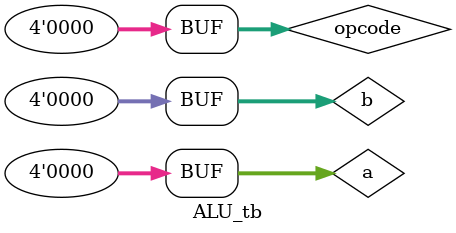
<source format=sv>
module ALU_tb();
  // Inputs
  reg [3:0] opcode, a,b;

  // Outputs
  wire [3:0] o;
  wire [7:0] flags;

  ALU _alu (
    .o(o),
    .flags(flags),
    .opcode(opcode),
    .a(a),
    .b(b)
  );

  // For GTKWave
  initial begin
    $dumpfile("alu_test.vcd");
    $dumpvars(0, ALU_tb);
  end

  initial begin
    opcode = 4'b0000;
    a = 4'b0000;
    b = 4'b0000;

    
  end
  
endmodule
</source>
